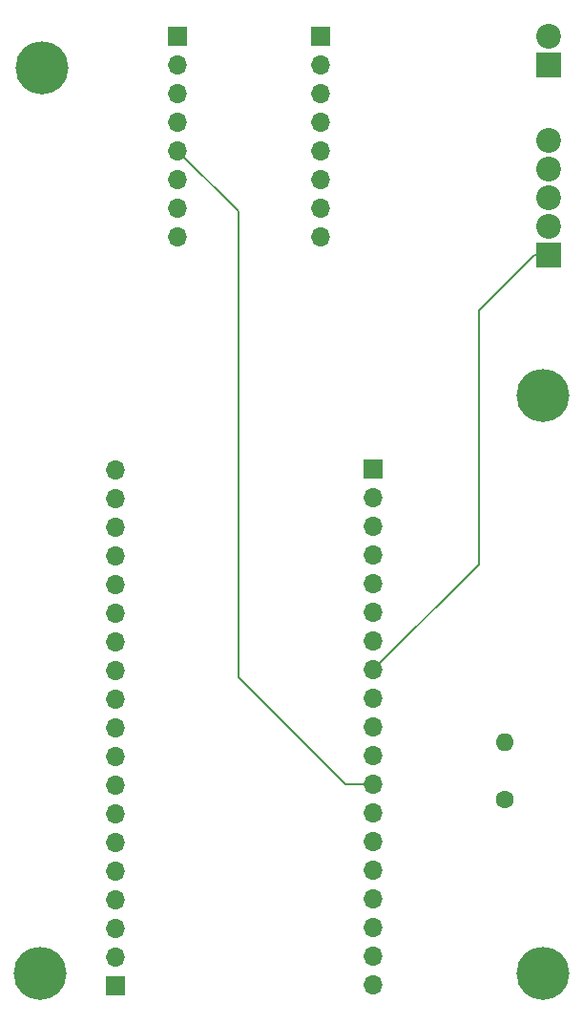
<source format=gbl>
G04 #@! TF.GenerationSoftware,KiCad,Pcbnew,8.0.2*
G04 #@! TF.CreationDate,2024-07-19T17:57:26-05:00*
G04 #@! TF.ProjectId,syringe_pump_circuit,73797269-6e67-4655-9f70-756d705f6369,rev?*
G04 #@! TF.SameCoordinates,Original*
G04 #@! TF.FileFunction,Copper,L2,Bot*
G04 #@! TF.FilePolarity,Positive*
%FSLAX46Y46*%
G04 Gerber Fmt 4.6, Leading zero omitted, Abs format (unit mm)*
G04 Created by KiCad (PCBNEW 8.0.2) date 2024-07-19 17:57:26*
%MOMM*%
%LPD*%
G01*
G04 APERTURE LIST*
G04 #@! TA.AperFunction,ComponentPad*
%ADD10O,1.700000X1.700000*%
G04 #@! TD*
G04 #@! TA.AperFunction,ComponentPad*
%ADD11R,1.700000X1.700000*%
G04 #@! TD*
G04 #@! TA.AperFunction,ComponentPad*
%ADD12R,2.200000X2.200000*%
G04 #@! TD*
G04 #@! TA.AperFunction,ComponentPad*
%ADD13C,2.200000*%
G04 #@! TD*
G04 #@! TA.AperFunction,ComponentPad*
%ADD14C,4.700000*%
G04 #@! TD*
G04 #@! TA.AperFunction,ComponentPad*
%ADD15C,1.600000*%
G04 #@! TD*
G04 #@! TA.AperFunction,ComponentPad*
%ADD16O,1.600000X1.600000*%
G04 #@! TD*
G04 #@! TA.AperFunction,Conductor*
%ADD17C,0.200000*%
G04 #@! TD*
G04 APERTURE END LIST*
D10*
X169200000Y-59120000D03*
X169200000Y-56580000D03*
X169200000Y-54040000D03*
X169200000Y-51500000D03*
X169200000Y-48960000D03*
X169200000Y-46420000D03*
X169200000Y-43880000D03*
D11*
X169200000Y-41340000D03*
D12*
X189400000Y-60760000D03*
D13*
X189400000Y-58220000D03*
X189400000Y-55680000D03*
X189400000Y-53140000D03*
X189400000Y-50600000D03*
D14*
X188898809Y-73200000D03*
D11*
X156500000Y-41340000D03*
D10*
X156500000Y-43880000D03*
X156500000Y-46420000D03*
X156500000Y-48960000D03*
X156500000Y-51500000D03*
X156500000Y-54040000D03*
X156500000Y-56580000D03*
X156500000Y-59120000D03*
D11*
X173860000Y-79750000D03*
D10*
X173860000Y-82290000D03*
X173860000Y-84830000D03*
X173860000Y-87370000D03*
X173860000Y-89910000D03*
X173860000Y-92450000D03*
X173860000Y-94990000D03*
X173860000Y-97530000D03*
X173860000Y-100070000D03*
X173860000Y-102610000D03*
X173860000Y-105150000D03*
X173860000Y-107690000D03*
X173860000Y-110230000D03*
X173860000Y-112770000D03*
X173860000Y-115310000D03*
X173860000Y-117850000D03*
X173860000Y-120390000D03*
X173860000Y-122930000D03*
X173860000Y-125470000D03*
D14*
X188900000Y-124400000D03*
D10*
X151000000Y-79780000D03*
X151000000Y-82320000D03*
X151000000Y-84860000D03*
X151000000Y-87400000D03*
X151000000Y-89940000D03*
X151000000Y-92480000D03*
X151000000Y-95020000D03*
X151000000Y-97560000D03*
X151000000Y-100100000D03*
X151000000Y-102640000D03*
X151000000Y-105180000D03*
X151000000Y-107720000D03*
X151000000Y-110260000D03*
X151000000Y-112800000D03*
X151000000Y-115340000D03*
X151000000Y-117880000D03*
X151000000Y-120420000D03*
X151000000Y-122960000D03*
D11*
X151000000Y-125500000D03*
D14*
X144300000Y-124400000D03*
D15*
X185500000Y-109000000D03*
D16*
X185500000Y-103920000D03*
D14*
X144400000Y-44200000D03*
D13*
X189400000Y-41360000D03*
D12*
X189400000Y-43900000D03*
D17*
X183200000Y-88190000D02*
X173860000Y-97530000D01*
X188100000Y-60760000D02*
X183200000Y-65660000D01*
X183200000Y-65660000D02*
X183200000Y-88190000D01*
X189400000Y-60760000D02*
X188100000Y-60760000D01*
X171390000Y-107690000D02*
X173860000Y-107690000D01*
X161900000Y-98200000D02*
X171390000Y-107690000D01*
X161900000Y-56900000D02*
X161900000Y-98200000D01*
X156500000Y-51500000D02*
X161900000Y-56900000D01*
M02*

</source>
